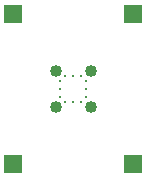
<source format=gts>
%FSLAX34Y34*%
G04 Gerber Fmt 3.4, Leading zero omitted, Abs format*
G04 (created by PCBNEW (2014-03-14 BZR 4750)-product) date Mon 17 Mar 2014 06:27:30 PM CET*
%MOIN*%
G01*
G70*
G90*
G04 APERTURE LIST*
%ADD10C,0.005906*%
%ADD11R,0.064961X0.064961*%
%ADD12C,0.013000*%
%ADD13C,0.040000*%
G04 APERTURE END LIST*
G54D10*
G54D11*
X59700Y-42300D03*
X59700Y-37300D03*
X55700Y-37300D03*
G54D12*
X57270Y-40070D03*
X57270Y-39530D03*
X57270Y-39800D03*
X58140Y-39800D03*
X58140Y-39530D03*
X58140Y-40070D03*
X57430Y-40240D03*
X57970Y-40240D03*
X57700Y-40240D03*
X57700Y-39360D03*
X57970Y-39360D03*
X57430Y-39360D03*
G54D13*
X57110Y-40390D03*
X58290Y-40390D03*
X58290Y-39210D03*
X57110Y-39210D03*
G54D11*
X55700Y-42300D03*
M02*

</source>
